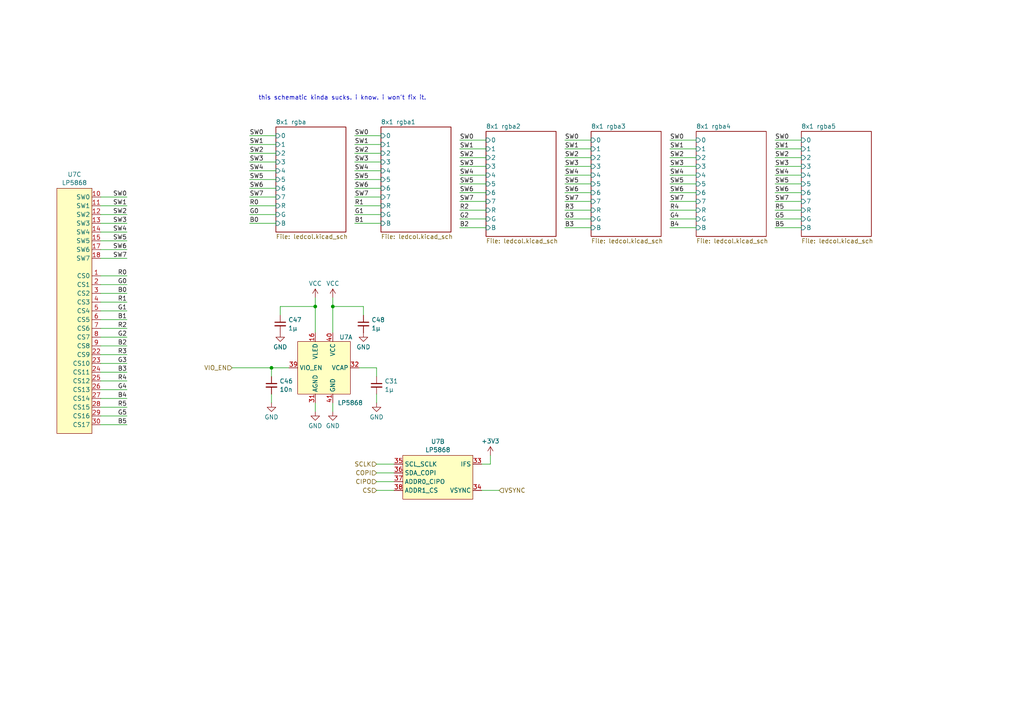
<source format=kicad_sch>
(kicad_sch (version 20230121) (generator eeschema)
  (paper "A4")
  (lib_symbols
    (symbol "Device:C_Small" (pin_numbers hide) (pin_names (offset 0.254) hide)
      (property "Reference" "C" (at 0.254 1.778 0))
      (property "Value" "C_Small" (at 0.254 -2.032 0))
      (symbol "C_Small_0_1"
        (polyline (pts (xy -1.524 -0.508) (xy 1.524 -0.508)) (stroke (width 0.3302)))
        (polyline (pts (xy -1.524 0.508) (xy 1.524 0.508)) (stroke (width 0.3048)))
      )
      (symbol "C_Small_1_1"
        (pin passive line (at 0 2.54 270) (length 2.032) (name "~") (number "1"))
        (pin passive line (at 0 -2.54 90) (length 2.032) (name "~") (number "2"))
      )
    )
    (symbol "power:+3V3" (power) (pin_names (offset 0))
      (property "Value" "+3V3" (at 0 3.556 0))
      (symbol "+3V3_0_1"
        (polyline (pts (xy -0.762 1.27) (xy 0 2.54)))
        (polyline (pts (xy 0 0) (xy 0 2.54)))
        (polyline (pts (xy 0 2.54) (xy 0.762 1.27)))
      )
      (symbol "+3V3_1_1"
        (pin power_in line (at 0 0 90) (length 0) hide (name "+3V3") (number "1"))
      )
    )
    (symbol "power:GND" (power) (pin_names (offset 0))
      (property "Value" "GND" (at 0 -3.81 0))
      (symbol "GND_0_1"
        (polyline (pts (xy 0 0) (xy 0 -1.27) (xy 1.27 -1.27) (xy 0 -2.54) (xy -1.27 -1.27) (xy 0 -1.27)))
      )
      (symbol "GND_1_1"
        (pin power_in line (at 0 0 270) (length 0) hide (name "GND") (number "1"))
      )
    )
    (symbol "power:VCC" (power) (pin_names (offset 0))
      (property "Value" "VCC" (at 0 3.81 0))
      (symbol "VCC_0_1"
        (polyline (pts (xy -0.762 1.27) (xy 0 2.54)))
        (polyline (pts (xy 0 0) (xy 0 2.54)))
        (polyline (pts (xy 0 2.54) (xy 0.762 1.27)))
      )
      (symbol "VCC_1_1"
        (pin power_in line (at 0 0 90) (length 0) hide (name "VCC") (number "1"))
      )
    )
    (symbol "xenua:LP5868"
      (property "Reference" "U" (at -8.89 8.89 0))
      (property "Value" "LP5868" (at -8.89 -8.89 0))
      (symbol "LP5868_1_1"
        (rectangle (start -7.62 7.62) (end 7.62 -7.62) (fill (type background)))
        (pin power_in line (at -2.54 10.16 270) (length 2.54) (name "VLED") (number "16"))
        (pin no_connect line (at -10.16 -2.54 0) (length 2.54) hide (name "NC") (number "19"))
        (pin no_connect line (at -10.16 -2.54 0) (length 2.54) hide (name "NC") (number "20"))
        (pin no_connect line (at -10.16 -2.54 0) (length 2.54) hide (name "NC") (number "21"))
        (pin power_in line (at -2.54 -10.16 90) (length 2.54) (name "AGND") (number "31"))
        (pin power_out line (at 10.16 0 180) (length 2.54) (name "VCAP") (number "32"))
        (pin power_in line (at -10.16 0 0) (length 2.54) (name "VIO_EN") (number "39"))
        (pin power_in line (at 2.54 10.16 270) (length 2.54) (name "VCC") (number "40"))
        (pin power_in line (at 2.54 -10.16 90) (length 2.54) (name "GND") (number "41"))
      )
      (symbol "LP5868_2_1"
        (rectangle (start -10.16 6.35) (end 10.16 -6.35) (fill (type background)))
        (pin input line (at 12.7 3.81 180) (length 2.54) (name "IFS") (number "33"))
        (pin input line (at 12.7 -3.81 180) (length 2.54) (name "VSYNC") (number "34"))
        (pin input line (at -12.7 3.81 0) (length 2.54) (name "SCL_SCLK") (number "35"))
        (pin bidirectional line (at -12.7 1.27 0) (length 2.54) (name "SDA_COPI") (number "36"))
        (pin bidirectional line (at -12.7 -1.27 0) (length 2.54) (name "ADDR0_CIPO") (number "37"))
        (pin input line (at -12.7 -3.81 0) (length 2.54) (name "ADDR1_CS") (number "38"))
      )
      (symbol "LP5868_3_1"
        (rectangle (start -5.08 22.86) (end 5.08 -48.26) (fill (type background)))
        (pin output line (at 7.62 -2.54 180) (length 2.54) (name "CS0") (number "1"))
        (pin output line (at 7.62 20.32 180) (length 2.54) (name "SW0") (number "10"))
        (pin output line (at 7.62 17.78 180) (length 2.54) (name "SW1") (number "11"))
        (pin output line (at 7.62 15.24 180) (length 2.54) (name "SW2") (number "12"))
        (pin output line (at 7.62 12.7 180) (length 2.54) (name "SW3") (number "13"))
        (pin output line (at 7.62 10.16 180) (length 2.54) (name "SW4") (number "14"))
        (pin output line (at 7.62 7.62 180) (length 2.54) (name "SW5") (number "15"))
        (pin output line (at 7.62 5.08 180) (length 2.54) (name "SW6") (number "17"))
        (pin output line (at 7.62 2.54 180) (length 2.54) (name "SW7") (number "18"))
        (pin output line (at 7.62 -5.08 180) (length 2.54) (name "CS1") (number "2"))
        (pin output line (at 7.62 -25.4 180) (length 2.54) (name "CS9") (number "22"))
        (pin output line (at 7.62 -27.94 180) (length 2.54) (name "CS10") (number "23"))
        (pin output line (at 7.62 -30.48 180) (length 2.54) (name "CS11") (number "24"))
        (pin output line (at 7.62 -33.02 180) (length 2.54) (name "CS12") (number "25"))
        (pin output line (at 7.62 -35.56 180) (length 2.54) (name "CS13") (number "26"))
        (pin output line (at 7.62 -38.1 180) (length 2.54) (name "CS14") (number "27"))
        (pin output line (at 7.62 -40.64 180) (length 2.54) (name "CS15") (number "28"))
        (pin output line (at 7.62 -43.18 180) (length 2.54) (name "CS16") (number "29"))
        (pin output line (at 7.62 -7.62 180) (length 2.54) (name "CS2") (number "3"))
        (pin output line (at 7.62 -45.72 180) (length 2.54) (name "CS17") (number "30"))
        (pin output line (at 7.62 -10.16 180) (length 2.54) (name "CS3") (number "4"))
        (pin output line (at 7.62 -12.7 180) (length 2.54) (name "CS4") (number "5"))
        (pin output line (at 7.62 -15.24 180) (length 2.54) (name "CS5") (number "6"))
        (pin output line (at 7.62 -17.78 180) (length 2.54) (name "CS6") (number "7"))
        (pin output line (at 7.62 -20.32 180) (length 2.54) (name "CS7") (number "8"))
        (pin output line (at 7.62 -22.86 180) (length 2.54) (name "CS8") (number "9"))
      )
    )
  )
  (junction (at 96.52 88.9))
  (junction (at 78.74 106.68))
  (junction (at 91.44 88.9))
  (wire (pts (xy 29.21 120.65) (xy 36.83 120.65)))
  (wire (pts (xy 232.41 43.18) (xy 224.79 43.18)))
  (wire (pts (xy 140.97 45.72) (xy 133.35 45.72)))
  (wire (pts (xy 80.01 39.37) (xy 72.39 39.37)))
  (wire (pts (xy 96.52 86.36) (xy 96.52 88.9)))
  (wire (pts (xy 91.44 116.84) (xy 91.44 119.38)))
  (wire (pts (xy 140.97 63.5) (xy 133.35 63.5)))
  (wire (pts (xy 105.41 88.9) (xy 96.52 88.9)))
  (wire (pts (xy 232.41 60.96) (xy 224.79 60.96)))
  (wire (pts (xy 140.97 60.96) (xy 133.35 60.96)))
  (wire (pts (xy 105.41 88.9) (xy 105.41 91.44)))
  (wire (pts (xy 110.49 54.61) (xy 102.87 54.61)))
  (wire (pts (xy 171.45 45.72) (xy 163.83 45.72)))
  (wire (pts (xy 96.52 116.84) (xy 96.52 119.38)))
  (wire (pts (xy 171.45 63.5) (xy 163.83 63.5)))
  (wire (pts (xy 140.97 53.34) (xy 133.35 53.34)))
  (wire (pts (xy 109.22 137.16) (xy 114.3 137.16)))
  (wire (pts (xy 29.21 115.57) (xy 36.83 115.57)))
  (wire (pts (xy 171.45 43.18) (xy 163.83 43.18)))
  (wire (pts (xy 29.21 72.39) (xy 36.83 72.39)))
  (wire (pts (xy 109.22 134.62) (xy 114.3 134.62)))
  (wire (pts (xy 201.93 45.72) (xy 194.31 45.72)))
  (wire (pts (xy 171.45 48.26) (xy 163.83 48.26)))
  (wire (pts (xy 110.49 62.23) (xy 102.87 62.23)))
  (wire (pts (xy 110.49 57.15) (xy 102.87 57.15)))
  (wire (pts (xy 80.01 49.53) (xy 72.39 49.53)))
  (wire (pts (xy 80.01 54.61) (xy 72.39 54.61)))
  (wire (pts (xy 110.49 64.77) (xy 102.87 64.77)))
  (wire (pts (xy 171.45 40.64) (xy 163.83 40.64)))
  (wire (pts (xy 140.97 43.18) (xy 133.35 43.18)))
  (wire (pts (xy 29.21 105.41) (xy 36.83 105.41)))
  (wire (pts (xy 29.21 90.17) (xy 36.83 90.17)))
  (wire (pts (xy 29.21 80.01) (xy 36.83 80.01)))
  (wire (pts (xy 232.41 66.04) (xy 224.79 66.04)))
  (wire (pts (xy 80.01 52.07) (xy 72.39 52.07)))
  (wire (pts (xy 232.41 58.42) (xy 224.79 58.42)))
  (wire (pts (xy 29.21 102.87) (xy 36.83 102.87)))
  (wire (pts (xy 29.21 82.55) (xy 36.83 82.55)))
  (wire (pts (xy 110.49 39.37) (xy 102.87 39.37)))
  (wire (pts (xy 140.97 40.64) (xy 133.35 40.64)))
  (wire (pts (xy 232.41 50.8) (xy 224.79 50.8)))
  (wire (pts (xy 80.01 46.99) (xy 72.39 46.99)))
  (wire (pts (xy 29.21 118.11) (xy 36.83 118.11)))
  (wire (pts (xy 80.01 41.91) (xy 72.39 41.91)))
  (wire (pts (xy 29.21 92.71) (xy 36.83 92.71)))
  (wire (pts (xy 232.41 53.34) (xy 224.79 53.34)))
  (wire (pts (xy 201.93 50.8) (xy 194.31 50.8)))
  (wire (pts (xy 110.49 59.69) (xy 102.87 59.69)))
  (wire (pts (xy 29.21 97.79) (xy 36.83 97.79)))
  (wire (pts (xy 104.14 106.68) (xy 109.22 106.68)))
  (wire (pts (xy 29.21 59.69) (xy 36.83 59.69)))
  (wire (pts (xy 140.97 55.88) (xy 133.35 55.88)))
  (wire (pts (xy 140.97 66.04) (xy 133.35 66.04)))
  (wire (pts (xy 78.74 114.3) (xy 78.74 116.84)))
  (wire (pts (xy 80.01 44.45) (xy 72.39 44.45)))
  (wire (pts (xy 29.21 57.15) (xy 36.83 57.15)))
  (wire (pts (xy 29.21 62.23) (xy 36.83 62.23)))
  (wire (pts (xy 171.45 53.34) (xy 163.83 53.34)))
  (wire (pts (xy 110.49 41.91) (xy 102.87 41.91)))
  (wire (pts (xy 91.44 88.9) (xy 81.28 88.9)))
  (wire (pts (xy 29.21 113.03) (xy 36.83 113.03)))
  (wire (pts (xy 109.22 142.24) (xy 114.3 142.24)))
  (wire (pts (xy 29.21 110.49) (xy 36.83 110.49)))
  (wire (pts (xy 171.45 60.96) (xy 163.83 60.96)))
  (wire (pts (xy 201.93 48.26) (xy 194.31 48.26)))
  (wire (pts (xy 171.45 58.42) (xy 163.83 58.42)))
  (wire (pts (xy 142.24 132.08) (xy 142.24 134.62)))
  (wire (pts (xy 140.97 48.26) (xy 133.35 48.26)))
  (wire (pts (xy 171.45 50.8) (xy 163.83 50.8)))
  (wire (pts (xy 109.22 116.84) (xy 109.22 114.3)))
  (wire (pts (xy 232.41 55.88) (xy 224.79 55.88)))
  (wire (pts (xy 29.21 100.33) (xy 36.83 100.33)))
  (wire (pts (xy 139.7 134.62) (xy 142.24 134.62)))
  (wire (pts (xy 29.21 107.95) (xy 36.83 107.95)))
  (wire (pts (xy 232.41 63.5) (xy 224.79 63.5)))
  (wire (pts (xy 201.93 63.5) (xy 194.31 63.5)))
  (wire (pts (xy 201.93 43.18) (xy 194.31 43.18)))
  (wire (pts (xy 201.93 60.96) (xy 194.31 60.96)))
  (wire (pts (xy 29.21 123.19) (xy 36.83 123.19)))
  (wire (pts (xy 232.41 48.26) (xy 224.79 48.26)))
  (wire (pts (xy 80.01 62.23) (xy 72.39 62.23)))
  (wire (pts (xy 232.41 45.72) (xy 224.79 45.72)))
  (wire (pts (xy 67.31 106.68) (xy 78.74 106.68)))
  (wire (pts (xy 109.22 106.68) (xy 109.22 109.22)))
  (wire (pts (xy 140.97 58.42) (xy 133.35 58.42)))
  (wire (pts (xy 110.49 49.53) (xy 102.87 49.53)))
  (wire (pts (xy 96.52 88.9) (xy 96.52 96.52)))
  (wire (pts (xy 171.45 55.88) (xy 163.83 55.88)))
  (wire (pts (xy 29.21 85.09) (xy 36.83 85.09)))
  (wire (pts (xy 80.01 57.15) (xy 72.39 57.15)))
  (wire (pts (xy 29.21 67.31) (xy 36.83 67.31)))
  (wire (pts (xy 91.44 86.36) (xy 91.44 88.9)))
  (wire (pts (xy 201.93 58.42) (xy 194.31 58.42)))
  (wire (pts (xy 80.01 59.69) (xy 72.39 59.69)))
  (wire (pts (xy 232.41 40.64) (xy 224.79 40.64)))
  (wire (pts (xy 109.22 139.7) (xy 114.3 139.7)))
  (wire (pts (xy 91.44 96.52) (xy 91.44 88.9)))
  (wire (pts (xy 81.28 88.9) (xy 81.28 91.44)))
  (wire (pts (xy 139.7 142.24) (xy 144.78 142.24)))
  (wire (pts (xy 78.74 106.68) (xy 83.82 106.68)))
  (wire (pts (xy 201.93 40.64) (xy 194.31 40.64)))
  (wire (pts (xy 171.45 66.04) (xy 163.83 66.04)))
  (wire (pts (xy 80.01 64.77) (xy 72.39 64.77)))
  (wire (pts (xy 29.21 69.85) (xy 36.83 69.85)))
  (wire (pts (xy 110.49 52.07) (xy 102.87 52.07)))
  (wire (pts (xy 201.93 66.04) (xy 194.31 66.04)))
  (wire (pts (xy 29.21 64.77) (xy 36.83 64.77)))
  (wire (pts (xy 29.21 95.25) (xy 36.83 95.25)))
  (wire (pts (xy 29.21 87.63) (xy 36.83 87.63)))
  (wire (pts (xy 29.21 74.93) (xy 36.83 74.93)))
  (wire (pts (xy 201.93 55.88) (xy 194.31 55.88)))
  (wire (pts (xy 201.93 53.34) (xy 194.31 53.34)))
  (wire (pts (xy 140.97 50.8) (xy 133.35 50.8)))
  (wire (pts (xy 78.74 106.68) (xy 78.74 109.22)))
  (wire (pts (xy 110.49 44.45) (xy 102.87 44.45)))
  (wire (pts (xy 110.49 46.99) (xy 102.87 46.99)))
  (text "this schematic kinda sucks. i know. i won't fix it." (at 74.93 29.21 0) (effects (font (size 1.27 1.27)) (justify left bottom)))
  (label "SW6" (at 102.87 54.61 0))
  (label "SW5" (at 194.31 53.34 0))
  (label "SW0" (at 72.39 39.37 0))
  (label "B4" (at 194.31 66.04 0))
  (label "SW5" (at 102.87 52.07 0))
  (label "SW0" (at 194.31 40.64 0))
  (label "SW6" (at 36.83 72.39 180))
  (label "SW3" (at 72.39 46.99 0))
  (label "SW2" (at 36.83 62.23 180))
  (label "R5" (at 224.79 60.96 0))
  (label "B5" (at 224.79 66.04 0))
  (label "SW5" (at 224.79 53.34 0))
  (label "SW0" (at 36.83 57.15 180))
  (label "R4" (at 36.83 110.49 180))
  (label "SW7" (at 224.79 58.42 0))
  (label "SW3" (at 163.83 48.26 0))
  (label "SW7" (at 163.83 58.42 0))
  (label "R2" (at 133.35 60.96 0))
  (label "B2" (at 36.83 100.33 180))
  (label "R5" (at 36.83 118.11 180))
  (label "G1" (at 102.87 62.23 0))
  (label "R1" (at 36.83 87.63 180))
  (label "SW7" (at 194.31 58.42 0))
  (label "G5" (at 36.83 120.65 180))
  (label "SW2" (at 133.35 45.72 0))
  (label "SW6" (at 224.79 55.88 0))
  (label "SW6" (at 72.39 54.61 0))
  (label "R1" (at 102.87 59.69 0))
  (label "SW7" (at 102.87 57.15 0))
  (label "SW1" (at 36.83 59.69 180))
  (label "SW3" (at 102.87 46.99 0))
  (label "SW3" (at 36.83 64.77 180))
  (label "SW2" (at 224.79 45.72 0))
  (label "SW2" (at 194.31 45.72 0))
  (label "B4" (at 36.83 115.57 180))
  (label "SW3" (at 133.35 48.26 0))
  (label "R2" (at 36.83 95.25 180))
  (label "SW5" (at 36.83 69.85 180))
  (label "B1" (at 36.83 92.71 180))
  (label "G4" (at 36.83 113.03 180))
  (label "SW0" (at 133.35 40.64 0))
  (label "SW6" (at 194.31 55.88 0))
  (label "SW6" (at 163.83 55.88 0))
  (label "SW1" (at 194.31 43.18 0))
  (label "G5" (at 224.79 63.5 0))
  (label "R3" (at 36.83 102.87 180))
  (label "R3" (at 163.83 60.96 0))
  (label "SW4" (at 36.83 67.31 180))
  (label "SW6" (at 133.35 55.88 0))
  (label "R4" (at 194.31 60.96 0))
  (label "SW2" (at 163.83 45.72 0))
  (label "G4" (at 194.31 63.5 0))
  (label "G0" (at 36.83 82.55 180))
  (label "B1" (at 102.87 64.77 0))
  (label "B5" (at 36.83 123.19 180))
  (label "B2" (at 133.35 66.04 0))
  (label "SW4" (at 102.87 49.53 0))
  (label "SW3" (at 224.79 48.26 0))
  (label "SW7" (at 36.83 74.93 180))
  (label "SW2" (at 102.87 44.45 0))
  (label "SW1" (at 133.35 43.18 0))
  (label "SW4" (at 224.79 50.8 0))
  (label "R0" (at 36.83 80.01 180))
  (label "B0" (at 72.39 64.77 0))
  (label "SW5" (at 163.83 53.34 0))
  (label "B3" (at 36.83 107.95 180))
  (label "SW1" (at 72.39 41.91 0))
  (label "G2" (at 133.35 63.5 0))
  (label "R0" (at 72.39 59.69 0))
  (label "SW2" (at 72.39 44.45 0))
  (label "SW7" (at 72.39 57.15 0))
  (label "SW4" (at 133.35 50.8 0))
  (label "G3" (at 36.83 105.41 180))
  (label "SW5" (at 72.39 52.07 0))
  (label "SW4" (at 194.31 50.8 0))
  (label "G2" (at 36.83 97.79 180))
  (label "SW1" (at 102.87 41.91 0))
  (label "SW4" (at 72.39 49.53 0))
  (label "B0" (at 36.83 85.09 180))
  (label "G3" (at 163.83 63.5 0))
  (label "SW1" (at 163.83 43.18 0))
  (label "SW3" (at 194.31 48.26 0))
  (label "G0" (at 72.39 62.23 0))
  (label "SW0" (at 163.83 40.64 0))
  (label "SW0" (at 224.79 40.64 0))
  (label "SW4" (at 163.83 50.8 0))
  (label "SW1" (at 224.79 43.18 0))
  (label "SW5" (at 133.35 53.34 0))
  (label "SW0" (at 102.87 39.37 0))
  (label "G1" (at 36.83 90.17 180))
  (label "B3" (at 163.83 66.04 0))
  (label "SW7" (at 133.35 58.42 0))
  (hierarchical_label "COPI" (shape input) (at 109.22 137.16 180))
  (hierarchical_label "VIO_EN" (shape input) (at 67.31 106.68 180))
  (hierarchical_label "SCLK" (shape input) (at 109.22 134.62 180))
  (hierarchical_label "CS" (shape input) (at 109.22 142.24 180))
  (hierarchical_label "VSYNC" (shape input) (at 144.78 142.24 0))
  (hierarchical_label "CIPO" (shape input) (at 109.22 139.7 180))
  (symbol (lib_id "power:GND") (at 81.28 96.52 0) (unit 1)
    (property "Reference" "#PWR059" (effects hide))
    (property "Value" "GND" (at 81.28 100.6531 0))
  )
  (symbol (lib_id "Device:C_Small") (at 78.74 111.76 0) (unit 1)
    (property "Reference" "C46" (at 81.0641 110.5542 0) (effects (justify left)))
    (property "Value" "10n" (at 81.0641 112.9784 0) (effects (justify left)))
    (property "Footprint" "Capacitor_SMD:C_0402_1005Metric" (effects hide))
  )
  (symbol (lib_id "Device:C_Small") (at 109.22 111.76 0) (unit 1)
    (property "Reference" "C31" (at 111.5441 110.5542 0) (effects (justify left)))
    (property "Value" "1µ" (at 111.5441 112.9784 0) (effects (justify left)))
    (property "Footprint" "Capacitor_SMD:C_0402_1005Metric" (effects hide))
  )
  (symbol (lib_id "Device:C_Small") (at 81.28 93.98 0) (unit 1)
    (property "Reference" "C47" (at 83.6041 92.7742 0) (effects (justify left)))
    (property "Value" "1µ" (at 83.6041 95.1984 0) (effects (justify left)))
    (property "Footprint" "Capacitor_SMD:C_0402_1005Metric" (effects hide))
  )
  (symbol (lib_id "power:+3V3") (at 142.24 132.08 0) (unit 1)
    (property "Reference" "#PWR061" (effects hide))
    (property "Value" "+3V3" (at 142.24 127.9469 0))
  )
  (symbol (lib_id "power:GND") (at 78.74 116.84 0) (unit 1)
    (property "Reference" "#PWR058" (effects hide))
    (property "Value" "GND" (at 78.74 120.9731 0))
  )
  (symbol (lib_id "power:GND") (at 105.41 96.52 0) (unit 1)
    (property "Reference" "#PWR060" (effects hide))
    (property "Value" "GND" (at 105.41 100.6531 0))
  )
  (symbol (lib_id "xenua:LP5868") (at 93.98 106.68 0) (unit 1)
    (property "Reference" "U7" (at 100.33 97.79 0))
    (property "Value" "LP5868" (at 101.6 116.84 0))
    (property "Footprint" "Package_DFN_QFN:QFN-40-1EP_5x5mm_P0.4mm_EP3.8x3.8mm" (effects hide))
    (property "Datasheet" "www.ti.com/lit/ds/symlink/lp5868.pdf" (effects hide))
  )
  (symbol (lib_id "xenua:LP5868") (at 21.59 77.47 0) (unit 3)
    (property "Reference" "U7" (at 21.59 50.5927 0))
    (property "Value" "LP5868" (at 21.59 53.0169 0))
    (property "Footprint" "Package_DFN_QFN:QFN-40-1EP_5x5mm_P0.4mm_EP3.8x3.8mm" (effects hide))
    (property "Datasheet" "www.ti.com/lit/ds/symlink/lp5868.pdf" (effects hide))
  )
  (symbol (lib_id "xenua:LP5868") (at 127 138.43 0) (unit 2)
    (property "Reference" "U7" (at 127 128.0627 0))
    (property "Value" "LP5868" (at 127 130.4869 0))
    (property "Footprint" "Package_DFN_QFN:QFN-40-1EP_5x5mm_P0.4mm_EP3.8x3.8mm" (effects hide))
    (property "Datasheet" "www.ti.com/lit/ds/symlink/lp5868.pdf" (effects hide))
  )
  (symbol (lib_id "Device:C_Small") (at 105.41 93.98 0) (unit 1)
    (property "Reference" "C48" (at 107.7341 92.7742 0) (effects (justify left)))
    (property "Value" "1µ" (at 107.7341 95.1984 0) (effects (justify left)))
    (property "Footprint" "Capacitor_SMD:C_0402_1005Metric" (effects hide))
  )
  (symbol (lib_id "power:VCC") (at 91.44 86.36 0) (unit 1)
    (property "Reference" "#PWR011" (effects hide))
    (property "Value" "VCC" (at 91.44 82.2269 0))
  )
  (symbol (lib_id "power:GND") (at 91.44 119.38 0) (unit 1)
    (property "Reference" "#PWR029" (effects hide))
    (property "Value" "GND" (at 91.44 123.5131 0))
  )
  (symbol (lib_id "power:GND") (at 96.52 119.38 0) (unit 1)
    (property "Reference" "#PWR016" (effects hide))
    (property "Value" "GND" (at 96.52 123.5131 0))
  )
  (symbol (lib_id "power:GND") (at 109.22 116.84 0) (unit 1)
    (property "Reference" "#PWR057" (effects hide))
    (property "Value" "GND" (at 109.22 120.9731 0))
  )
  (symbol (lib_id "power:VCC") (at 96.52 86.36 0) (unit 1)
    (property "Reference" "#PWR012" (effects hide))
    (property "Value" "VCC" (at 96.52 82.2269 0))
  )
  (sheet (at 232.41 38.1) (size 20.32 30.48) (stroke (width 0.1524))
    (property "Sheetname" "8x1 rgba5" (at 232.41 37.3884 0) (effects (justify left bottom)))
    (property "Sheetfile" "ledcol.kicad_sch" (at 232.41 69.1646 0) (effects (justify left top)))
    (pin "B" input (at 232.41 66.04 180))
    (pin "G" input (at 232.41 63.5 180))
    (pin "R" input (at 232.41 60.96 180))
    (pin "7" input (at 232.41 58.42 180))
    (pin "1" input (at 232.41 43.18 180))
    (pin "2" input (at 232.41 45.72 180))
    (pin "3" input (at 232.41 48.26 180))
    (pin "6" input (at 232.41 55.88 180))
    (pin "4" input (at 232.41 50.8 180))
    (pin "5" input (at 232.41 53.34 180))
    (pin "0" input (at 232.41 40.64 180))
  )
  (sheet (at 110.49 36.83) (size 20.32 30.48) (stroke (width 0.1524))
    (property "Sheetname" "8x1 rgba1" (at 110.49 36.1184 0) (effects (justify left bottom)))
    (property "Sheetfile" "ledcol.kicad_sch" (at 110.49 67.8946 0) (effects (justify left top)))
    (pin "B" input (at 110.49 64.77 180))
    (pin "G" input (at 110.49 62.23 180))
    (pin "R" input (at 110.49 59.69 180))
    (pin "7" input (at 110.49 57.15 180))
    (pin "1" input (at 110.49 41.91 180))
    (pin "2" input (at 110.49 44.45 180))
    (pin "3" input (at 110.49 46.99 180))
    (pin "6" input (at 110.49 54.61 180))
    (pin "4" input (at 110.49 49.53 180))
    (pin "5" input (at 110.49 52.07 180))
    (pin "0" input (at 110.49 39.37 180))
  )
  (sheet (at 140.97 38.1) (size 20.32 30.48) (stroke (width 0.1524))
    (property "Sheetname" "8x1 rgba2" (at 140.97 37.3884 0) (effects (justify left bottom)))
    (property "Sheetfile" "ledcol.kicad_sch" (at 140.97 69.1646 0) (effects (justify left top)))
    (pin "B" input (at 140.97 66.04 180))
    (pin "G" input (at 140.97 63.5 180))
    (pin "R" input (at 140.97 60.96 180))
    (pin "7" input (at 140.97 58.42 180))
    (pin "1" input (at 140.97 43.18 180))
    (pin "2" input (at 140.97 45.72 180))
    (pin "3" input (at 140.97 48.26 180))
    (pin "6" input (at 140.97 55.88 180))
    (pin "4" input (at 140.97 50.8 180))
    (pin "5" input (at 140.97 53.34 180))
    (pin "0" input (at 140.97 40.64 180))
  )
  (sheet (at 171.45 38.1) (size 20.32 30.48) (stroke (width 0.1524))
    (property "Sheetname" "8x1 rgba3" (at 171.45 37.3884 0) (effects (justify left bottom)))
    (property "Sheetfile" "ledcol.kicad_sch" (at 171.45 69.1646 0) (effects (justify left top)))
    (pin "B" input (at 171.45 66.04 180))
    (pin "G" input (at 171.45 63.5 180))
    (pin "R" input (at 171.45 60.96 180))
    (pin "7" input (at 171.45 58.42 180))
    (pin "1" input (at 171.45 43.18 180))
    (pin "2" input (at 171.45 45.72 180))
    (pin "3" input (at 171.45 48.26 180))
    (pin "6" input (at 171.45 55.88 180))
    (pin "4" input (at 171.45 50.8 180))
    (pin "5" input (at 171.45 53.34 180))
    (pin "0" input (at 171.45 40.64 180))
  )
  (sheet (at 201.93 38.1) (size 20.32 30.48) (stroke (width 0.1524))
    (property "Sheetname" "8x1 rgba4" (at 201.93 37.3884 0) (effects (justify left bottom)))
    (property "Sheetfile" "ledcol.kicad_sch" (at 201.93 69.1646 0) (effects (justify left top)))
    (pin "B" input (at 201.93 66.04 180))
    (pin "G" input (at 201.93 63.5 180))
    (pin "R" input (at 201.93 60.96 180))
    (pin "7" input (at 201.93 58.42 180))
    (pin "1" input (at 201.93 43.18 180))
    (pin "2" input (at 201.93 45.72 180))
    (pin "3" input (at 201.93 48.26 180))
    (pin "6" input (at 201.93 55.88 180))
    (pin "4" input (at 201.93 50.8 180))
    (pin "5" input (at 201.93 53.34 180))
    (pin "0" input (at 201.93 40.64 180))
  )
  (sheet (at 80.01 36.83) (size 20.32 30.48) (stroke (width 0.1524))
    (property "Sheetname" "8x1 rgba" (at 80.01 36.1184 0) (effects (justify left bottom)))
    (property "Sheetfile" "ledcol.kicad_sch" (at 80.01 67.8946 0) (effects (justify left top)))
    (pin "B" input (at 80.01 64.77 180))
    (pin "G" input (at 80.01 62.23 180))
    (pin "R" input (at 80.01 59.69 180))
    (pin "7" input (at 80.01 57.15 180))
    (pin "1" input (at 80.01 41.91 180))
    (pin "2" input (at 80.01 44.45 180))
    (pin "3" input (at 80.01 46.99 180))
    (pin "6" input (at 80.01 54.61 180))
    (pin "4" input (at 80.01 49.53 180))
    (pin "5" input (at 80.01 52.07 180))
    (pin "0" input (at 80.01 39.37 180))
  )
)
</source>
